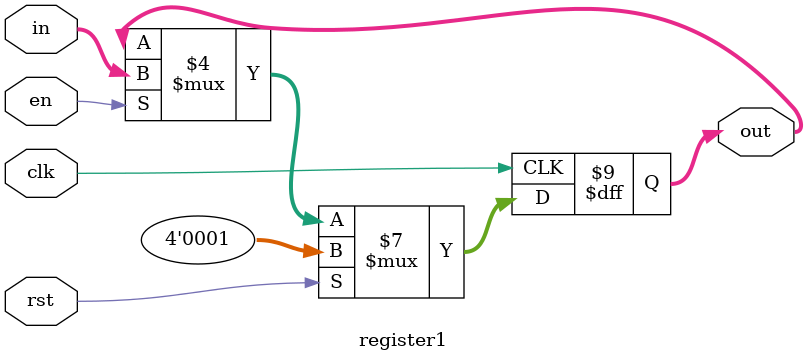
<source format=v>
`timescale 1ns / 1ps


module register1(
    input [3:0] in,
    input rst,
    input en,
    input clk,//ÉÏÉýÑØÓÐÐ§
    output reg [3:0] out
    );
    always @(posedge clk) begin
            if(rst==1) out<=4'b0001;
            else if(en==1) out<=in;
    end
endmodule

</source>
